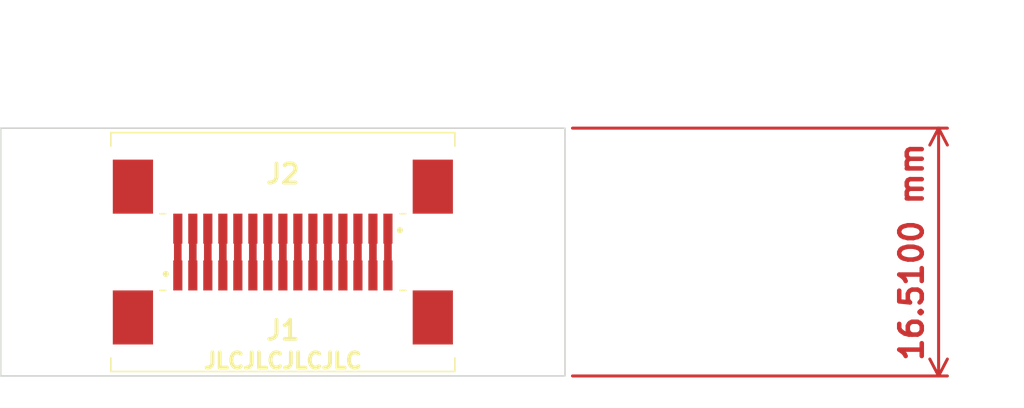
<source format=kicad_pcb>
(kicad_pcb (version 20211014) (generator pcbnew)
  (layers (0 "F.Cu" signal) (31 "B.Cu" signal) (34 "B.Paste" user) (35 "F.Paste" user) (36 "B.SilkS" user "B.Silkscreen") (37 "F.SilkS" user "F.Silkscreen") (38 "B.Mask" user) (39 "F.Mask" user) (44 "Edge.Cuts" user))
  (net 0 "")
  (net 1 "Net-(J1-Pad1)")
  (net 2 "Net-(J1-Pad2)")
  (net 3 "Net-(J1-Pad3)")
  (net 4 "Net-(J1-Pad4)")
  (net 5 "Net-(J1-Pad5)")
  (net 6 "Net-(J1-Pad6)")
  (net 7 "Net-(J1-Pad8)")
  (net 8 "Net-(J1-Pad9)")
  (net 9 "Net-(J1-Pad12)")
  (net 10 "Net-(J1-Pad14)")
  (net 11 "Net-(J1-Pad15)")
  (net 16 "Net-(J1-Pad7)")
  (net 17 "Net-(J1-Pad10)")
  (net 18 "Net-(J1-Pad11)")
  (net 19 "Net-(J1-Pad13)")
  (footprint "pretty:1849525" (layer "F.Cu") (at 126.746 102.108 180)
    (fp_text reference "J2" (at 0 0) (layer "F.SilkS") (effects (font (size 1.27 1.27) (thickness 0.254))))
    (fp_text value "1-84952-5" hide)
    (fp_line (start -7.8 -3.65) (end -7.8 -3.65) (layer "F.SilkS") (width 0.2))
    (fp_line (start 7.8 -2.65) (end 8.2 -2.65) (layer "F.SilkS") (width 0.1))
    (fp_line (start -8.2 -2.65) (end -7.8 -2.65) (layer "F.SilkS") (width 0.1))
    (fp_line (start -11.46 2.75) (end 11.46 2.75) (layer "F.SilkS") (width 0.1))
    (fp_line (start -7.8 -3.85) (end -7.8 -3.85) (layer "F.SilkS") (width 0.2))
    (fp_line (start -11.46 1.85) (end -11.46 2.75) (layer "F.SilkS") (width 0.1))
    (fp_line (start 11.46 2.75) (end 11.46 1.85) (layer "F.SilkS") (width 0.1))
    (fp_arc (start -7.8 -3.85) (mid -7.7 -3.75) (end -7.8 -3.65) (layer "F.SilkS") (width 0.2))
    (fp_arc (start -7.8 -3.65) (mid -7.9 -3.75) (end -7.8 -3.85) (layer "F.SilkS") (width 0.2))
    (pad "1" smd rect locked (at -7 -3.65 180) (size 0.61 2) (layers "F.Cu" "F.Paste" "F.Mask") (net 11 "Net-(J1-Pad15)"))
    (pad "2" smd rect locked (at -6 -3.65 180) (size 0.61 2) (layers "F.Cu" "F.Paste" "F.Mask") (net 10 "Net-(J1-Pad14)"))
    (pad "3" smd rect locked (at -5 -3.65 180) (size 0.61 2) (layers "F.Cu" "F.Paste" "F.Mask") (net 19 "Net-(J1-Pad13)"))
    (pad "4" smd rect locked (at -4 -3.65 180) (size 0.61 2) (layers "F.Cu" "F.Paste" "F.Mask") (net 9 "Net-(J1-Pad12)"))
    (pad "5" smd rect locked (at -3 -3.65 180) (size 0.61 2) (layers "F.Cu" "F.Paste" "F.Mask") (net 18 "Net-(J1-Pad11)"))
    (pad "6" smd rect locked (at -2 -3.65 180) (size 0.61 2) (layers "F.Cu" "F.Paste" "F.Mask") (net 17 "Net-(J1-Pad10)"))
    (pad "7" smd rect locked (at -1 -3.65 180) (size 0.61 2) (layers "F.Cu" "F.Paste" "F.Mask") (net 8 "Net-(J1-Pad9)"))
    (pad "8" smd rect locked (at 0 -3.65 180) (size 0.61 2) (layers "F.Cu" "F.Paste" "F.Mask") (net 7 "Net-(J1-Pad8)"))
    (pad "9" smd rect locked (at 1 -3.65 180) (size 0.61 2) (layers "F.Cu" "F.Paste" "F.Mask") (net 16 "Net-(J1-Pad7)"))
    (pad "10" smd rect locked (at 2 -3.65 180) (size 0.61 2) (layers "F.Cu" "F.Paste" "F.Mask") (net 6 "Net-(J1-Pad6)"))
    (pad "11" smd rect locked (at 3 -3.65 180) (size 0.61 2) (layers "F.Cu" "F.Paste" "F.Mask") (net 5 "Net-(J1-Pad5)"))
    (pad "12" smd rect locked (at 4 -3.65 180) (size 0.61 2) (layers "F.Cu" "F.Paste" "F.Mask") (net 4 "Net-(J1-Pad4)"))
    (pad "13" smd rect locked (at 5 -3.65 180) (size 0.61 2) (layers "F.Cu" "F.Paste" "F.Mask") (net 3 "Net-(J1-Pad3)"))
    (pad "14" smd rect locked (at 6 -3.65 180) (size 0.61 2) (layers "F.Cu" "F.Paste" "F.Mask") (net 2 "Net-(J1-Pad2)"))
    (pad "15" smd rect locked (at 7 -3.65 180) (size 0.61 2) (layers "F.Cu" "F.Paste" "F.Mask") (net 1 "Net-(J1-Pad1)"))
    (pad "MP1" smd rect locked (at -9.99 -0.85 180) (size 2.68 3.6) (layers "F.Cu" "F.Paste" "F.Mask"))
    (pad "MP2" smd rect locked (at 9.99 -0.85 180) (size 2.68 3.6) (layers "F.Cu" "F.Paste" "F.Mask"))
  )
  (footprint "MountingHole:MountingHole_2.7mm_M2.5" (layer "F.Cu") (at 141.986 102.362)
    (fp_text reference "REF**" hide)
    (fp_text value "MountingHole_2.7mm_M2.5" hide)
    (pad "" np_thru_hole circle locked (at 0 0) (size 2.7 2.7) (drill 2.7) (layers *.Cu *.Mask))
  )
  (footprint "MountingHole:MountingHole_2.7mm_M2.5" (layer "F.Cu") (at 141.986 112.268)
    (fp_text reference "REF**" hide)
    (fp_text value "MountingHole_2.7mm_M2.5" hide)
    (pad "" np_thru_hole circle locked (at 0 0) (size 2.7 2.7) (drill 2.7) (layers *.Cu *.Mask))
  )
  (footprint "MountingHole:MountingHole_2.7mm_M2.5" (layer "F.Cu") (at 111.506 102.362)
    (fp_text reference "REF**" hide)
    (fp_text value "MountingHole_2.7mm_M2.5" hide)
    (pad "" np_thru_hole circle locked (at 0 0) (size 2.7 2.7) (drill 2.7) (layers *.Cu *.Mask))
  )
  (footprint "pretty:1849525" (layer "F.Cu") (at 126.746 112.522)
    (fp_text reference "J1" (at 0 0) (layer "F.SilkS") (effects (font (size 1.27 1.27) (thickness 0.254))))
    (fp_text value "1-84952-5" hide)
    (fp_line (start -8.2 -2.65) (end -7.8 -2.65) (layer "F.SilkS") (width 0.1))
    (fp_line (start -7.8 -3.65) (end -7.8 -3.65) (layer "F.SilkS") (width 0.2))
    (fp_line (start 7.8 -2.65) (end 8.2 -2.65) (layer "F.SilkS") (width 0.1))
    (fp_line (start -7.8 -3.85) (end -7.8 -3.85) (layer "F.SilkS") (width 0.2))
    (fp_line (start -11.46 1.85) (end -11.46 2.75) (layer "F.SilkS") (width 0.1))
    (fp_line (start -11.46 2.75) (end 11.46 2.75) (layer "F.SilkS") (width 0.1))
    (fp_line (start 11.46 2.75) (end 11.46 1.85) (layer "F.SilkS") (width 0.1))
    (fp_arc (start -7.8 -3.65) (mid -7.9 -3.75) (end -7.8 -3.85) (layer "F.SilkS") (width 0.2))
    (fp_arc (start -7.8 -3.85) (mid -7.7 -3.75) (end -7.8 -3.65) (layer "F.SilkS") (width 0.2))
    (pad "1" smd rect locked (at -7 -3.65) (size 0.61 2) (layers "F.Cu" "F.Paste" "F.Mask") (net 1 "Net-(J1-Pad1)"))
    (pad "2" smd rect locked (at -6 -3.65) (size 0.61 2) (layers "F.Cu" "F.Paste" "F.Mask") (net 2 "Net-(J1-Pad2)"))
    (pad "3" smd rect locked (at -5 -3.65) (size 0.61 2) (layers "F.Cu" "F.Paste" "F.Mask") (net 3 "Net-(J1-Pad3)"))
    (pad "4" smd rect locked (at -4 -3.65) (size 0.61 2) (layers "F.Cu" "F.Paste" "F.Mask") (net 4 "Net-(J1-Pad4)"))
    (pad "5" smd rect locked (at -3 -3.65) (size 0.61 2) (layers "F.Cu" "F.Paste" "F.Mask") (net 5 "Net-(J1-Pad5)"))
    (pad "6" smd rect locked (at -2 -3.65) (size 0.61 2) (layers "F.Cu" "F.Paste" "F.Mask") (net 6 "Net-(J1-Pad6)"))
    (pad "7" smd rect locked (at -1 -3.65) (size 0.61 2) (layers "F.Cu" "F.Paste" "F.Mask") (net 16 "Net-(J1-Pad7)"))
    (pad "8" smd rect locked (at 0 -3.65) (size 0.61 2) (layers "F.Cu" "F.Paste" "F.Mask") (net 7 "Net-(J1-Pad8)"))
    (pad "9" smd rect locked (at 1 -3.65) (size 0.61 2) (layers "F.Cu" "F.Paste" "F.Mask") (net 8 "Net-(J1-Pad9)"))
    (pad "10" smd rect locked (at 2 -3.65) (size 0.61 2) (layers "F.Cu" "F.Paste" "F.Mask") (net 17 "Net-(J1-Pad10)"))
    (pad "11" smd rect locked (at 3 -3.65) (size 0.61 2) (layers "F.Cu" "F.Paste" "F.Mask") (net 18 "Net-(J1-Pad11)"))
    (pad "12" smd rect locked (at 4 -3.65) (size 0.61 2) (layers "F.Cu" "F.Paste" "F.Mask") (net 9 "Net-(J1-Pad12)"))
    (pad "13" smd rect locked (at 5 -3.65) (size 0.61 2) (layers "F.Cu" "F.Paste" "F.Mask") (net 19 "Net-(J1-Pad13)"))
    (pad "14" smd rect locked (at 6 -3.65) (size 0.61 2) (layers "F.Cu" "F.Paste" "F.Mask") (net 10 "Net-(J1-Pad14)"))
    (pad "15" smd rect locked (at 7 -3.65) (size 0.61 2) (layers "F.Cu" "F.Paste" "F.Mask") (net 11 "Net-(J1-Pad15)"))
    (pad "MP1" smd rect locked (at -9.99 -0.85) (size 2.68 3.6) (layers "F.Cu" "F.Paste" "F.Mask"))
    (pad "MP2" smd rect locked (at 9.99 -0.85) (size 2.68 3.6) (layers "F.Cu" "F.Paste" "F.Mask"))
  )
  (footprint "MountingHole:MountingHole_2.7mm_M2.5" (layer "F.Cu") (at 111.506 112.268)
    (fp_text reference "REF**" hide)
    (fp_text value "MountingHole_2.7mm_M2.5" hide)
    (pad "" np_thru_hole circle locked (at 0 0) (size 2.7 2.7) (drill 2.7) (layers *.Cu *.Mask))
  )
  (gr_rect (start 145.542 99.06) (end 107.95 115.57) (layer "Edge.Cuts") (width 0.1) (fill none))
  (gr_text "JLCJLCJLCJLC" (at 126.746 114.554) (layer "F.SilkS") (effects (font (size 1.016 1.016) (thickness 0.254))))
  (dimension (type aligned) (layer "F.Cu") (pts (xy 145.542 99.06) (xy 145.542 115.57)) (height -24.892) (gr_text "16.5100 mm" (at 168.634 107.315 90) (layer "F.Cu") (effects (font (size 1.5 1.5) (thickness 0.3)))) (format (units 3) (units_format 1) (precision 4)) (style (thickness 0.2) (arrow_length 1.27) (text_position_mode 0) (extension_height 0.58642) (extension_offset 0.5) keep_text_aligned))
  (segment (start 119.746 109.126) (end 119.746 105.758) (width 0.508) (layer "F.Cu") (net 1))
  (segment (start 120.746 105.758) (end 120.746 109.126) (width 0.508) (layer "F.Cu") (net 2))
  (segment (start 121.746 109.126) (end 121.746 105.758) (width 0.508) (layer "F.Cu") (net 3))
  (segment (start 122.746 109.126) (end 122.746 105.758) (width 0.508) (layer "F.Cu") (net 4))
  (segment (start 123.746 109.126) (end 123.746 105.758) (width 0.508) (layer "F.Cu") (net 5))
  (segment (start 124.746 109.126) (end 124.746 105.758) (width 0.508) (layer "F.Cu") (net 6))
  (segment (start 126.746 109.126) (end 126.746 105.758) (width 0.508) (layer "F.Cu") (net 7))
  (segment (start 127.746 109.126) (end 127.746 105.758) (width 0.508) (layer "F.Cu") (net 8))
  (segment (start 130.746 109.126) (end 130.746 105.758) (width 0.508) (layer "F.Cu") (net 9))
  (segment (start 132.746 105.758) (end 132.746 109.126) (width 0.508) (layer "F.Cu") (net 10))
  (segment (start 133.746 105.758) (end 133.746 109.126) (width 0.508) (layer "F.Cu") (net 11))
  (segment (start 125.746 109.126) (end 125.746 105.758) (width 0.508) (layer "F.Cu") (net 16))
  (segment (start 128.746 109.126) (end 128.746 105.758) (width 0.508) (layer "F.Cu") (net 17))
  (segment (start 129.746 109.126) (end 129.746 105.758) (width 0.508) (layer "F.Cu") (net 18))
  (segment (start 131.746 105.758) (end 131.746 109.126) (width 0.508) (layer "F.Cu") (net 19))
)
</source>
